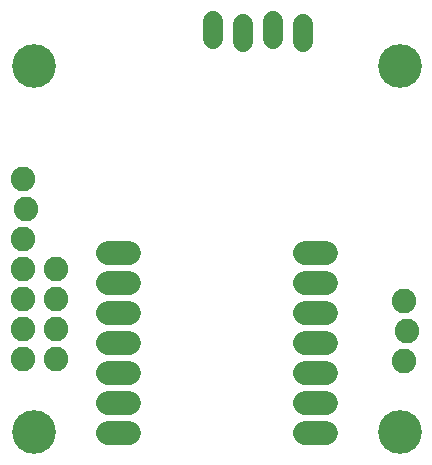
<source format=gbr>
G04 EAGLE Gerber RS-274X export*
G75*
%MOMM*%
%FSLAX34Y34*%
%LPD*%
%INSoldermask Bottom*%
%IPPOS*%
%AMOC8*
5,1,8,0,0,1.08239X$1,22.5*%
G01*
G04 Define Apertures*
%ADD10C,3.703200*%
%ADD11C,2.032000*%
%ADD12C,2.082800*%
%ADD13C,1.727200*%
D10*
X350000Y40000D03*
X40000Y40000D03*
X40000Y350000D03*
X350000Y350000D03*
D11*
X287583Y38800D02*
X269295Y38800D01*
X269295Y64200D02*
X287583Y64200D01*
X287583Y89600D02*
X269295Y89600D01*
X269295Y115000D02*
X287583Y115000D01*
X287583Y140400D02*
X269295Y140400D01*
X269295Y165800D02*
X287583Y165800D01*
X287583Y191200D02*
X269295Y191200D01*
X120705Y191200D02*
X102417Y191200D01*
X102417Y165800D02*
X120705Y165800D01*
X120705Y140400D02*
X102417Y140400D01*
X102417Y115000D02*
X120705Y115000D01*
X120705Y89600D02*
X102417Y89600D01*
X102417Y64200D02*
X120705Y64200D01*
X120705Y38800D02*
X102417Y38800D01*
D12*
X58970Y101900D03*
X31030Y101900D03*
X58970Y127300D03*
X31030Y127300D03*
X58970Y152700D03*
X31030Y152700D03*
X58970Y178100D03*
X31030Y178100D03*
X30480Y203200D03*
X33020Y228600D03*
X30480Y254000D03*
D13*
X191900Y372380D02*
X191900Y387620D01*
X217300Y385080D02*
X217300Y369840D01*
X242700Y372380D02*
X242700Y387620D01*
X268100Y385080D02*
X268100Y369840D01*
D12*
X353730Y100000D03*
X356270Y125400D03*
X353730Y150800D03*
M02*

</source>
